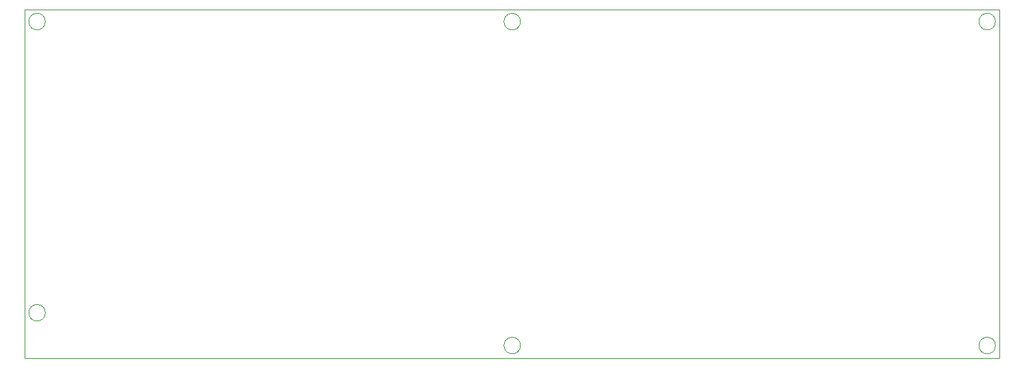
<source format=gbr>
%TF.GenerationSoftware,KiCad,Pcbnew,7.0.9*%
%TF.CreationDate,2024-02-22T23:19:38-05:00*%
%TF.ProjectId,schematics,73636865-6d61-4746-9963-732e6b696361,rev?*%
%TF.SameCoordinates,Original*%
%TF.FileFunction,Profile,NP*%
%FSLAX46Y46*%
G04 Gerber Fmt 4.6, Leading zero omitted, Abs format (unit mm)*
G04 Created by KiCad (PCBNEW 7.0.9) date 2024-02-22 23:19:38*
%MOMM*%
%LPD*%
G01*
G04 APERTURE LIST*
%TA.AperFunction,Profile*%
%ADD10C,0.100000*%
%TD*%
G04 APERTURE END LIST*
D10*
X101600000Y-50800000D02*
X222250000Y-50800000D01*
X222250000Y-93980000D01*
X101600000Y-93980000D01*
X101600000Y-50800000D01*
X221749907Y-92456000D02*
G75*
G03*
X221749907Y-92456000I-1023907J0D01*
G01*
X162948907Y-52324000D02*
G75*
G03*
X162948907Y-52324000I-1023907J0D01*
G01*
X221749907Y-52316094D02*
G75*
G03*
X221749907Y-52316094I-1023907J0D01*
G01*
X104147907Y-88392000D02*
G75*
G03*
X104147907Y-88392000I-1023907J0D01*
G01*
X162948907Y-92456000D02*
G75*
G03*
X162948907Y-92456000I-1023907J0D01*
G01*
X104147907Y-52316094D02*
G75*
G03*
X104147907Y-52316094I-1023907J0D01*
G01*
M02*

</source>
